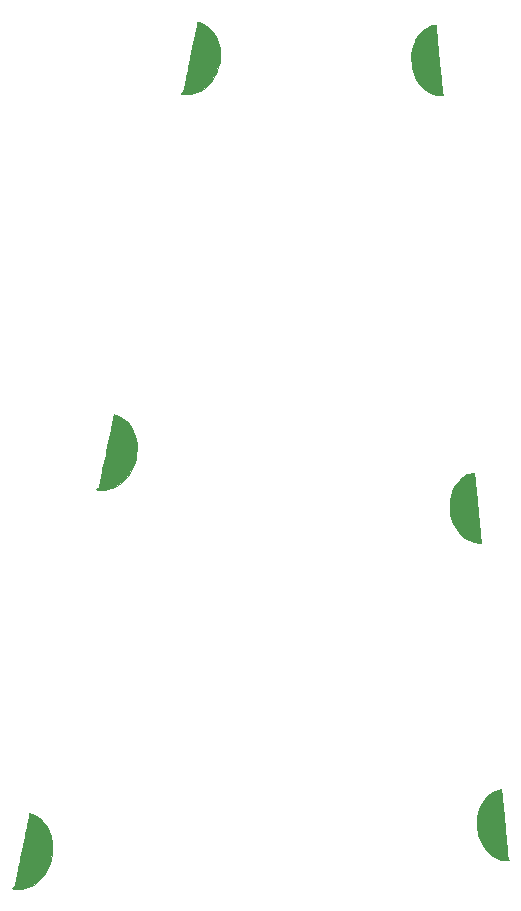
<source format=gbr>
%TF.GenerationSoftware,KiCad,Pcbnew,(5.1.10)-1*%
%TF.CreationDate,2021-12-01T23:12:09+02:00*%
%TF.ProjectId,gaisa-sargs-side-pcb-2,67616973-612d-4736-9172-67732d736964,rev?*%
%TF.SameCoordinates,Original*%
%TF.FileFunction,Soldermask,Top*%
%TF.FilePolarity,Negative*%
%FSLAX46Y46*%
G04 Gerber Fmt 4.6, Leading zero omitted, Abs format (unit mm)*
G04 Created by KiCad (PCBNEW (5.1.10)-1) date 2021-12-01 23:12:09*
%MOMM*%
%LPD*%
G01*
G04 APERTURE LIST*
%ADD10C,0.010000*%
G04 APERTURE END LIST*
D10*
%TO.C,Ref\u002A\u002A*%
G36*
X118878466Y-123746402D02*
G01*
X118934261Y-123763278D01*
X119007004Y-123787126D01*
X119015167Y-123789895D01*
X119299430Y-123908627D01*
X119563855Y-124063636D01*
X119806949Y-124253048D01*
X120027221Y-124474988D01*
X120223179Y-124727583D01*
X120393332Y-125008958D01*
X120536188Y-125317239D01*
X120650256Y-125650553D01*
X120719118Y-125930750D01*
X120744151Y-126086774D01*
X120762571Y-126272610D01*
X120774075Y-126476206D01*
X120778360Y-126685515D01*
X120775125Y-126888486D01*
X120764065Y-127073070D01*
X120750750Y-127190166D01*
X120676088Y-127580471D01*
X120568703Y-127953328D01*
X120430205Y-128306301D01*
X120262207Y-128636953D01*
X120066318Y-128942845D01*
X119844150Y-129221540D01*
X119597312Y-129470601D01*
X119327417Y-129687591D01*
X119036075Y-129870071D01*
X118949915Y-129915131D01*
X118702627Y-130021968D01*
X118445119Y-130101599D01*
X118186226Y-130152291D01*
X117934780Y-130172310D01*
X117701250Y-130160135D01*
X117642687Y-130151135D01*
X117565759Y-130137535D01*
X117526629Y-130130057D01*
X117415509Y-130108167D01*
X117499307Y-130008787D01*
X117525636Y-129976681D01*
X117547053Y-129946194D01*
X117565367Y-129911511D01*
X117582388Y-129866819D01*
X117599924Y-129806305D01*
X117619785Y-129724156D01*
X117643779Y-129614559D01*
X117673716Y-129471701D01*
X117688214Y-129401745D01*
X117706374Y-129314242D01*
X117732518Y-129188569D01*
X117765966Y-129027994D01*
X117806034Y-128835784D01*
X117852041Y-128615206D01*
X117903305Y-128369527D01*
X117959144Y-128102015D01*
X118018876Y-127815936D01*
X118081820Y-127514558D01*
X118147293Y-127201148D01*
X118214613Y-126878973D01*
X118283099Y-126551301D01*
X118313494Y-126405899D01*
X118380100Y-126086568D01*
X118444230Y-125777677D01*
X118505350Y-125481878D01*
X118562925Y-125201821D01*
X118616419Y-124940159D01*
X118665296Y-124699544D01*
X118709023Y-124482627D01*
X118747062Y-124292060D01*
X118778880Y-124130495D01*
X118803941Y-124000583D01*
X118821710Y-123904976D01*
X118831651Y-123846327D01*
X118833666Y-123828857D01*
X118837369Y-123774300D01*
X118846668Y-123742953D01*
X118851125Y-123740000D01*
X118878466Y-123746402D01*
G37*
X118878466Y-123746402D02*
X118934261Y-123763278D01*
X119007004Y-123787126D01*
X119015167Y-123789895D01*
X119299430Y-123908627D01*
X119563855Y-124063636D01*
X119806949Y-124253048D01*
X120027221Y-124474988D01*
X120223179Y-124727583D01*
X120393332Y-125008958D01*
X120536188Y-125317239D01*
X120650256Y-125650553D01*
X120719118Y-125930750D01*
X120744151Y-126086774D01*
X120762571Y-126272610D01*
X120774075Y-126476206D01*
X120778360Y-126685515D01*
X120775125Y-126888486D01*
X120764065Y-127073070D01*
X120750750Y-127190166D01*
X120676088Y-127580471D01*
X120568703Y-127953328D01*
X120430205Y-128306301D01*
X120262207Y-128636953D01*
X120066318Y-128942845D01*
X119844150Y-129221540D01*
X119597312Y-129470601D01*
X119327417Y-129687591D01*
X119036075Y-129870071D01*
X118949915Y-129915131D01*
X118702627Y-130021968D01*
X118445119Y-130101599D01*
X118186226Y-130152291D01*
X117934780Y-130172310D01*
X117701250Y-130160135D01*
X117642687Y-130151135D01*
X117565759Y-130137535D01*
X117526629Y-130130057D01*
X117415509Y-130108167D01*
X117499307Y-130008787D01*
X117525636Y-129976681D01*
X117547053Y-129946194D01*
X117565367Y-129911511D01*
X117582388Y-129866819D01*
X117599924Y-129806305D01*
X117619785Y-129724156D01*
X117643779Y-129614559D01*
X117673716Y-129471701D01*
X117688214Y-129401745D01*
X117706374Y-129314242D01*
X117732518Y-129188569D01*
X117765966Y-129027994D01*
X117806034Y-128835784D01*
X117852041Y-128615206D01*
X117903305Y-128369527D01*
X117959144Y-128102015D01*
X118018876Y-127815936D01*
X118081820Y-127514558D01*
X118147293Y-127201148D01*
X118214613Y-126878973D01*
X118283099Y-126551301D01*
X118313494Y-126405899D01*
X118380100Y-126086568D01*
X118444230Y-125777677D01*
X118505350Y-125481878D01*
X118562925Y-125201821D01*
X118616419Y-124940159D01*
X118665296Y-124699544D01*
X118709023Y-124482627D01*
X118747062Y-124292060D01*
X118778880Y-124130495D01*
X118803941Y-124000583D01*
X118821710Y-123904976D01*
X118831651Y-123846327D01*
X118833666Y-123828857D01*
X118837369Y-123774300D01*
X118846668Y-123742953D01*
X118851125Y-123740000D01*
X118878466Y-123746402D01*
G36*
X158795098Y-121733718D02*
G01*
X158796333Y-121752396D01*
X158798341Y-121778791D01*
X158804200Y-121844738D01*
X158813664Y-121947651D01*
X158826488Y-122084947D01*
X158842426Y-122254043D01*
X158861230Y-122452354D01*
X158882655Y-122677296D01*
X158906456Y-122926287D01*
X158932385Y-123196741D01*
X158960197Y-123486075D01*
X158989646Y-123791706D01*
X159020486Y-124111049D01*
X159050878Y-124425091D01*
X159083282Y-124759905D01*
X159114838Y-125086606D01*
X159145271Y-125402316D01*
X159174308Y-125704160D01*
X159201672Y-125989263D01*
X159227090Y-126254747D01*
X159250287Y-126497738D01*
X159270989Y-126715360D01*
X159288920Y-126904737D01*
X159303806Y-127062993D01*
X159315373Y-127187252D01*
X159323346Y-127274639D01*
X159327037Y-127317099D01*
X159340164Y-127450857D01*
X159355150Y-127548405D01*
X159373121Y-127615860D01*
X159388233Y-127648705D01*
X159411014Y-127695394D01*
X159416918Y-127725355D01*
X159415464Y-127728146D01*
X159386079Y-127735482D01*
X159323846Y-127737857D01*
X159237922Y-127735544D01*
X159137467Y-127728817D01*
X159031641Y-127717949D01*
X159018583Y-127716324D01*
X158735994Y-127659453D01*
X158458919Y-127562502D01*
X158190917Y-127427680D01*
X157935545Y-127257193D01*
X157696362Y-127053250D01*
X157476926Y-126818059D01*
X157386108Y-126703333D01*
X157305455Y-126585129D01*
X157218096Y-126438700D01*
X157130264Y-126276130D01*
X157048190Y-126109503D01*
X156978107Y-125950901D01*
X156926246Y-125812409D01*
X156925603Y-125810437D01*
X156860414Y-125573622D01*
X156808200Y-125309615D01*
X156770017Y-125029971D01*
X156746923Y-124746249D01*
X156739975Y-124470003D01*
X156750231Y-124212791D01*
X156765991Y-124065792D01*
X156832482Y-123725666D01*
X156934720Y-123395917D01*
X157070231Y-123081636D01*
X157236543Y-122787914D01*
X157431182Y-122519844D01*
X157615243Y-122317735D01*
X157828670Y-122129910D01*
X158054968Y-121976908D01*
X158300566Y-121855308D01*
X158571896Y-121761685D01*
X158738125Y-121720059D01*
X158780121Y-121715734D01*
X158795098Y-121733718D01*
G37*
X158795098Y-121733718D02*
X158796333Y-121752396D01*
X158798341Y-121778791D01*
X158804200Y-121844738D01*
X158813664Y-121947651D01*
X158826488Y-122084947D01*
X158842426Y-122254043D01*
X158861230Y-122452354D01*
X158882655Y-122677296D01*
X158906456Y-122926287D01*
X158932385Y-123196741D01*
X158960197Y-123486075D01*
X158989646Y-123791706D01*
X159020486Y-124111049D01*
X159050878Y-124425091D01*
X159083282Y-124759905D01*
X159114838Y-125086606D01*
X159145271Y-125402316D01*
X159174308Y-125704160D01*
X159201672Y-125989263D01*
X159227090Y-126254747D01*
X159250287Y-126497738D01*
X159270989Y-126715360D01*
X159288920Y-126904737D01*
X159303806Y-127062993D01*
X159315373Y-127187252D01*
X159323346Y-127274639D01*
X159327037Y-127317099D01*
X159340164Y-127450857D01*
X159355150Y-127548405D01*
X159373121Y-127615860D01*
X159388233Y-127648705D01*
X159411014Y-127695394D01*
X159416918Y-127725355D01*
X159415464Y-127728146D01*
X159386079Y-127735482D01*
X159323846Y-127737857D01*
X159237922Y-127735544D01*
X159137467Y-127728817D01*
X159031641Y-127717949D01*
X159018583Y-127716324D01*
X158735994Y-127659453D01*
X158458919Y-127562502D01*
X158190917Y-127427680D01*
X157935545Y-127257193D01*
X157696362Y-127053250D01*
X157476926Y-126818059D01*
X157386108Y-126703333D01*
X157305455Y-126585129D01*
X157218096Y-126438700D01*
X157130264Y-126276130D01*
X157048190Y-126109503D01*
X156978107Y-125950901D01*
X156926246Y-125812409D01*
X156925603Y-125810437D01*
X156860414Y-125573622D01*
X156808200Y-125309615D01*
X156770017Y-125029971D01*
X156746923Y-124746249D01*
X156739975Y-124470003D01*
X156750231Y-124212791D01*
X156765991Y-124065792D01*
X156832482Y-123725666D01*
X156934720Y-123395917D01*
X157070231Y-123081636D01*
X157236543Y-122787914D01*
X157431182Y-122519844D01*
X157615243Y-122317735D01*
X157828670Y-122129910D01*
X158054968Y-121976908D01*
X158300566Y-121855308D01*
X158571896Y-121761685D01*
X158738125Y-121720059D01*
X158780121Y-121715734D01*
X158795098Y-121733718D01*
G36*
X156487955Y-94914798D02*
G01*
X156506787Y-94934687D01*
X156510333Y-94983807D01*
X156510333Y-94983835D01*
X156512378Y-95013817D01*
X156518343Y-95083287D01*
X156527977Y-95189604D01*
X156541025Y-95330128D01*
X156557237Y-95502219D01*
X156576357Y-95703238D01*
X156598135Y-95930544D01*
X156622317Y-96181498D01*
X156648650Y-96453459D01*
X156676881Y-96743788D01*
X156706758Y-97049844D01*
X156738028Y-97368988D01*
X156765215Y-97645543D01*
X156797835Y-97977329D01*
X156829536Y-98300651D01*
X156860040Y-98612643D01*
X156889071Y-98910439D01*
X156916354Y-99191174D01*
X156941611Y-99451984D01*
X156964565Y-99690003D01*
X156984941Y-99902366D01*
X157002462Y-100086207D01*
X157016851Y-100238662D01*
X157027833Y-100356865D01*
X157035129Y-100437951D01*
X157038015Y-100472644D01*
X157051712Y-100609980D01*
X157069044Y-100706948D01*
X157089848Y-100762632D01*
X157090049Y-100762941D01*
X157114531Y-100803763D01*
X157124166Y-100826338D01*
X157104727Y-100832471D01*
X157053006Y-100835231D01*
X156978894Y-100834896D01*
X156892287Y-100831742D01*
X156803076Y-100826047D01*
X156721156Y-100818086D01*
X156692043Y-100814243D01*
X156396482Y-100749941D01*
X156112669Y-100645047D01*
X155840916Y-100499723D01*
X155581535Y-100314137D01*
X155345969Y-100099779D01*
X155124529Y-99853122D01*
X154937192Y-99594588D01*
X154782351Y-99320384D01*
X154658394Y-99026713D01*
X154563714Y-98709783D01*
X154496700Y-98365798D01*
X154456639Y-98003114D01*
X154446039Y-97625044D01*
X154470953Y-97258483D01*
X154530467Y-96906220D01*
X154623668Y-96571044D01*
X154749645Y-96255744D01*
X154907484Y-95963108D01*
X155096273Y-95695926D01*
X155277911Y-95493400D01*
X155429173Y-95356393D01*
X155596838Y-95228891D01*
X155767610Y-95120282D01*
X155907083Y-95049035D01*
X156001455Y-95012551D01*
X156113334Y-94977190D01*
X156229523Y-94946357D01*
X156336826Y-94923458D01*
X156422047Y-94911897D01*
X156441541Y-94911148D01*
X156487955Y-94914798D01*
G37*
X156487955Y-94914798D02*
X156506787Y-94934687D01*
X156510333Y-94983807D01*
X156510333Y-94983835D01*
X156512378Y-95013817D01*
X156518343Y-95083287D01*
X156527977Y-95189604D01*
X156541025Y-95330128D01*
X156557237Y-95502219D01*
X156576357Y-95703238D01*
X156598135Y-95930544D01*
X156622317Y-96181498D01*
X156648650Y-96453459D01*
X156676881Y-96743788D01*
X156706758Y-97049844D01*
X156738028Y-97368988D01*
X156765215Y-97645543D01*
X156797835Y-97977329D01*
X156829536Y-98300651D01*
X156860040Y-98612643D01*
X156889071Y-98910439D01*
X156916354Y-99191174D01*
X156941611Y-99451984D01*
X156964565Y-99690003D01*
X156984941Y-99902366D01*
X157002462Y-100086207D01*
X157016851Y-100238662D01*
X157027833Y-100356865D01*
X157035129Y-100437951D01*
X157038015Y-100472644D01*
X157051712Y-100609980D01*
X157069044Y-100706948D01*
X157089848Y-100762632D01*
X157090049Y-100762941D01*
X157114531Y-100803763D01*
X157124166Y-100826338D01*
X157104727Y-100832471D01*
X157053006Y-100835231D01*
X156978894Y-100834896D01*
X156892287Y-100831742D01*
X156803076Y-100826047D01*
X156721156Y-100818086D01*
X156692043Y-100814243D01*
X156396482Y-100749941D01*
X156112669Y-100645047D01*
X155840916Y-100499723D01*
X155581535Y-100314137D01*
X155345969Y-100099779D01*
X155124529Y-99853122D01*
X154937192Y-99594588D01*
X154782351Y-99320384D01*
X154658394Y-99026713D01*
X154563714Y-98709783D01*
X154496700Y-98365798D01*
X154456639Y-98003114D01*
X154446039Y-97625044D01*
X154470953Y-97258483D01*
X154530467Y-96906220D01*
X154623668Y-96571044D01*
X154749645Y-96255744D01*
X154907484Y-95963108D01*
X155096273Y-95695926D01*
X155277911Y-95493400D01*
X155429173Y-95356393D01*
X155596838Y-95228891D01*
X155767610Y-95120282D01*
X155907083Y-95049035D01*
X156001455Y-95012551D01*
X156113334Y-94977190D01*
X156229523Y-94946357D01*
X156336826Y-94923458D01*
X156422047Y-94911897D01*
X156441541Y-94911148D01*
X156487955Y-94914798D01*
G36*
X126013191Y-89963565D02*
G01*
X126071019Y-89978455D01*
X126148795Y-89999956D01*
X126187701Y-90011109D01*
X126459447Y-90111615D01*
X126714156Y-90249908D01*
X126950067Y-90424295D01*
X127165420Y-90633083D01*
X127358455Y-90874578D01*
X127527409Y-91147086D01*
X127662525Y-91429598D01*
X127783301Y-91772044D01*
X127868046Y-92131032D01*
X127917221Y-92501650D01*
X127931287Y-92878982D01*
X127910706Y-93258115D01*
X127855937Y-93634135D01*
X127767444Y-94002127D01*
X127645686Y-94357177D01*
X127491125Y-94694372D01*
X127330319Y-94969404D01*
X127115090Y-95266546D01*
X126879258Y-95530602D01*
X126624914Y-95760508D01*
X126354147Y-95955195D01*
X126069050Y-96113599D01*
X125771712Y-96234652D01*
X125464225Y-96317289D01*
X125148680Y-96360442D01*
X124827166Y-96363047D01*
X124633333Y-96344845D01*
X124553616Y-96333848D01*
X124510060Y-96325200D01*
X124496838Y-96315876D01*
X124508121Y-96302849D01*
X124527500Y-96289894D01*
X124599912Y-96234987D01*
X124663878Y-96171697D01*
X124709359Y-96111009D01*
X124725418Y-96073239D01*
X124730892Y-96046817D01*
X124744603Y-95981364D01*
X124766048Y-95879269D01*
X124794723Y-95742920D01*
X124830126Y-95574708D01*
X124871752Y-95377022D01*
X124919099Y-95152251D01*
X124971663Y-94902785D01*
X125028940Y-94631012D01*
X125090427Y-94339324D01*
X125155621Y-94030107D01*
X125224019Y-93705754D01*
X125295117Y-93368652D01*
X125351522Y-93101250D01*
X125434223Y-92708407D01*
X125512361Y-92335626D01*
X125585575Y-91984690D01*
X125653503Y-91657380D01*
X125715782Y-91355476D01*
X125772051Y-91080762D01*
X125821948Y-90835017D01*
X125865112Y-90620025D01*
X125901181Y-90437566D01*
X125929793Y-90289421D01*
X125950586Y-90177373D01*
X125963198Y-90103203D01*
X125967273Y-90069125D01*
X125970256Y-90007039D01*
X125978392Y-89966705D01*
X125985632Y-89958000D01*
X126013191Y-89963565D01*
G37*
X126013191Y-89963565D02*
X126071019Y-89978455D01*
X126148795Y-89999956D01*
X126187701Y-90011109D01*
X126459447Y-90111615D01*
X126714156Y-90249908D01*
X126950067Y-90424295D01*
X127165420Y-90633083D01*
X127358455Y-90874578D01*
X127527409Y-91147086D01*
X127662525Y-91429598D01*
X127783301Y-91772044D01*
X127868046Y-92131032D01*
X127917221Y-92501650D01*
X127931287Y-92878982D01*
X127910706Y-93258115D01*
X127855937Y-93634135D01*
X127767444Y-94002127D01*
X127645686Y-94357177D01*
X127491125Y-94694372D01*
X127330319Y-94969404D01*
X127115090Y-95266546D01*
X126879258Y-95530602D01*
X126624914Y-95760508D01*
X126354147Y-95955195D01*
X126069050Y-96113599D01*
X125771712Y-96234652D01*
X125464225Y-96317289D01*
X125148680Y-96360442D01*
X124827166Y-96363047D01*
X124633333Y-96344845D01*
X124553616Y-96333848D01*
X124510060Y-96325200D01*
X124496838Y-96315876D01*
X124508121Y-96302849D01*
X124527500Y-96289894D01*
X124599912Y-96234987D01*
X124663878Y-96171697D01*
X124709359Y-96111009D01*
X124725418Y-96073239D01*
X124730892Y-96046817D01*
X124744603Y-95981364D01*
X124766048Y-95879269D01*
X124794723Y-95742920D01*
X124830126Y-95574708D01*
X124871752Y-95377022D01*
X124919099Y-95152251D01*
X124971663Y-94902785D01*
X125028940Y-94631012D01*
X125090427Y-94339324D01*
X125155621Y-94030107D01*
X125224019Y-93705754D01*
X125295117Y-93368652D01*
X125351522Y-93101250D01*
X125434223Y-92708407D01*
X125512361Y-92335626D01*
X125585575Y-91984690D01*
X125653503Y-91657380D01*
X125715782Y-91355476D01*
X125772051Y-91080762D01*
X125821948Y-90835017D01*
X125865112Y-90620025D01*
X125901181Y-90437566D01*
X125929793Y-90289421D01*
X125950586Y-90177373D01*
X125963198Y-90103203D01*
X125967273Y-90069125D01*
X125970256Y-90007039D01*
X125978392Y-89966705D01*
X125985632Y-89958000D01*
X126013191Y-89963565D01*
G36*
X153251005Y-57078436D02*
G01*
X153253064Y-57111788D01*
X153258997Y-57184710D01*
X153268564Y-57294641D01*
X153281527Y-57439017D01*
X153297644Y-57615277D01*
X153316676Y-57820857D01*
X153338384Y-58053196D01*
X153362527Y-58309730D01*
X153388866Y-58587898D01*
X153417161Y-58885137D01*
X153447173Y-59198885D01*
X153478661Y-59526579D01*
X153511387Y-59865656D01*
X153523626Y-59992104D01*
X153563101Y-60399048D01*
X153598812Y-60765888D01*
X153630980Y-61094667D01*
X153659828Y-61387427D01*
X153685578Y-61646208D01*
X153708452Y-61873053D01*
X153728670Y-62070003D01*
X153746456Y-62239101D01*
X153762031Y-62382389D01*
X153775618Y-62501907D01*
X153787437Y-62599698D01*
X153797711Y-62677804D01*
X153806662Y-62738266D01*
X153814511Y-62783127D01*
X153821481Y-62814428D01*
X153827794Y-62834210D01*
X153833602Y-62844442D01*
X153857016Y-62879475D01*
X153857924Y-62899464D01*
X153828863Y-62907962D01*
X153767576Y-62914179D01*
X153684117Y-62917990D01*
X153588539Y-62919274D01*
X153490896Y-62917907D01*
X153401240Y-62913765D01*
X153329625Y-62906725D01*
X153324750Y-62905998D01*
X153043284Y-62841490D01*
X152773165Y-62738138D01*
X152516695Y-62598454D01*
X152276179Y-62424950D01*
X152053919Y-62220137D01*
X151852218Y-61986527D01*
X151673380Y-61726632D01*
X151519707Y-61442964D01*
X151393503Y-61138034D01*
X151297071Y-60814356D01*
X151262835Y-60657230D01*
X151204265Y-60260158D01*
X151182483Y-59869880D01*
X151197144Y-59489552D01*
X151247904Y-59122329D01*
X151334419Y-58771367D01*
X151456342Y-58439822D01*
X151519950Y-58303250D01*
X151673221Y-58031417D01*
X151848514Y-57785184D01*
X152042789Y-57567029D01*
X152253010Y-57379428D01*
X152476137Y-57224859D01*
X152709132Y-57105801D01*
X152948957Y-57024731D01*
X153129713Y-56990567D01*
X153250666Y-56975455D01*
X153251005Y-57078436D01*
G37*
X153251005Y-57078436D02*
X153253064Y-57111788D01*
X153258997Y-57184710D01*
X153268564Y-57294641D01*
X153281527Y-57439017D01*
X153297644Y-57615277D01*
X153316676Y-57820857D01*
X153338384Y-58053196D01*
X153362527Y-58309730D01*
X153388866Y-58587898D01*
X153417161Y-58885137D01*
X153447173Y-59198885D01*
X153478661Y-59526579D01*
X153511387Y-59865656D01*
X153523626Y-59992104D01*
X153563101Y-60399048D01*
X153598812Y-60765888D01*
X153630980Y-61094667D01*
X153659828Y-61387427D01*
X153685578Y-61646208D01*
X153708452Y-61873053D01*
X153728670Y-62070003D01*
X153746456Y-62239101D01*
X153762031Y-62382389D01*
X153775618Y-62501907D01*
X153787437Y-62599698D01*
X153797711Y-62677804D01*
X153806662Y-62738266D01*
X153814511Y-62783127D01*
X153821481Y-62814428D01*
X153827794Y-62834210D01*
X153833602Y-62844442D01*
X153857016Y-62879475D01*
X153857924Y-62899464D01*
X153828863Y-62907962D01*
X153767576Y-62914179D01*
X153684117Y-62917990D01*
X153588539Y-62919274D01*
X153490896Y-62917907D01*
X153401240Y-62913765D01*
X153329625Y-62906725D01*
X153324750Y-62905998D01*
X153043284Y-62841490D01*
X152773165Y-62738138D01*
X152516695Y-62598454D01*
X152276179Y-62424950D01*
X152053919Y-62220137D01*
X151852218Y-61986527D01*
X151673380Y-61726632D01*
X151519707Y-61442964D01*
X151393503Y-61138034D01*
X151297071Y-60814356D01*
X151262835Y-60657230D01*
X151204265Y-60260158D01*
X151182483Y-59869880D01*
X151197144Y-59489552D01*
X151247904Y-59122329D01*
X151334419Y-58771367D01*
X151456342Y-58439822D01*
X151519950Y-58303250D01*
X151673221Y-58031417D01*
X151848514Y-57785184D01*
X152042789Y-57567029D01*
X152253010Y-57379428D01*
X152476137Y-57224859D01*
X152709132Y-57105801D01*
X152948957Y-57024731D01*
X153129713Y-56990567D01*
X153250666Y-56975455D01*
X153251005Y-57078436D01*
G36*
X133098741Y-56726957D02*
G01*
X133146089Y-56739607D01*
X133431600Y-56845156D01*
X133700278Y-56988144D01*
X133949829Y-57166251D01*
X134177962Y-57377156D01*
X134382383Y-57618542D01*
X134560798Y-57888087D01*
X134710916Y-58183472D01*
X134801302Y-58414047D01*
X134890827Y-58727708D01*
X134950550Y-59060307D01*
X134980236Y-59402953D01*
X134979652Y-59746755D01*
X134948565Y-60082819D01*
X134886740Y-60402256D01*
X134856443Y-60513055D01*
X134735244Y-60861111D01*
X134584200Y-61193616D01*
X134406143Y-61506773D01*
X134203903Y-61796786D01*
X133980310Y-62059858D01*
X133738195Y-62292193D01*
X133480388Y-62489995D01*
X133298898Y-62602090D01*
X133068302Y-62711547D01*
X132817953Y-62795520D01*
X132558053Y-62852009D01*
X132298802Y-62879013D01*
X132050401Y-62874534D01*
X131961627Y-62864257D01*
X131880887Y-62851886D01*
X131804389Y-62839211D01*
X131776651Y-62834232D01*
X131703463Y-62820501D01*
X131788006Y-62713546D01*
X131834119Y-62650237D01*
X131868720Y-62593543D01*
X131882629Y-62561004D01*
X131888042Y-62535039D01*
X131901452Y-62470071D01*
X131922349Y-62368569D01*
X131950228Y-62233002D01*
X131984582Y-62065837D01*
X132024904Y-61869543D01*
X132070688Y-61646588D01*
X132121425Y-61399440D01*
X132176610Y-61130569D01*
X132235735Y-60842441D01*
X132298294Y-60537526D01*
X132363781Y-60218291D01*
X132431687Y-59887206D01*
X132454835Y-59774333D01*
X132547149Y-59325050D01*
X132631434Y-58916680D01*
X132707823Y-58548595D01*
X132776451Y-58220171D01*
X132837452Y-57930780D01*
X132890961Y-57679797D01*
X132937112Y-57466596D01*
X132976041Y-57290549D01*
X133007880Y-57151032D01*
X133032766Y-57047418D01*
X133050832Y-56979080D01*
X133062212Y-56945392D01*
X133062538Y-56944740D01*
X133089371Y-56887098D01*
X133096135Y-56848032D01*
X133084703Y-56809915D01*
X133078278Y-56796574D01*
X133055037Y-56750050D01*
X133040957Y-56721770D01*
X133040935Y-56721726D01*
X133054886Y-56718800D01*
X133098741Y-56726957D01*
G37*
X133098741Y-56726957D02*
X133146089Y-56739607D01*
X133431600Y-56845156D01*
X133700278Y-56988144D01*
X133949829Y-57166251D01*
X134177962Y-57377156D01*
X134382383Y-57618542D01*
X134560798Y-57888087D01*
X134710916Y-58183472D01*
X134801302Y-58414047D01*
X134890827Y-58727708D01*
X134950550Y-59060307D01*
X134980236Y-59402953D01*
X134979652Y-59746755D01*
X134948565Y-60082819D01*
X134886740Y-60402256D01*
X134856443Y-60513055D01*
X134735244Y-60861111D01*
X134584200Y-61193616D01*
X134406143Y-61506773D01*
X134203903Y-61796786D01*
X133980310Y-62059858D01*
X133738195Y-62292193D01*
X133480388Y-62489995D01*
X133298898Y-62602090D01*
X133068302Y-62711547D01*
X132817953Y-62795520D01*
X132558053Y-62852009D01*
X132298802Y-62879013D01*
X132050401Y-62874534D01*
X131961627Y-62864257D01*
X131880887Y-62851886D01*
X131804389Y-62839211D01*
X131776651Y-62834232D01*
X131703463Y-62820501D01*
X131788006Y-62713546D01*
X131834119Y-62650237D01*
X131868720Y-62593543D01*
X131882629Y-62561004D01*
X131888042Y-62535039D01*
X131901452Y-62470071D01*
X131922349Y-62368569D01*
X131950228Y-62233002D01*
X131984582Y-62065837D01*
X132024904Y-61869543D01*
X132070688Y-61646588D01*
X132121425Y-61399440D01*
X132176610Y-61130569D01*
X132235735Y-60842441D01*
X132298294Y-60537526D01*
X132363781Y-60218291D01*
X132431687Y-59887206D01*
X132454835Y-59774333D01*
X132547149Y-59325050D01*
X132631434Y-58916680D01*
X132707823Y-58548595D01*
X132776451Y-58220171D01*
X132837452Y-57930780D01*
X132890961Y-57679797D01*
X132937112Y-57466596D01*
X132976041Y-57290549D01*
X133007880Y-57151032D01*
X133032766Y-57047418D01*
X133050832Y-56979080D01*
X133062212Y-56945392D01*
X133062538Y-56944740D01*
X133089371Y-56887098D01*
X133096135Y-56848032D01*
X133084703Y-56809915D01*
X133078278Y-56796574D01*
X133055037Y-56750050D01*
X133040957Y-56721770D01*
X133040935Y-56721726D01*
X133054886Y-56718800D01*
X133098741Y-56726957D01*
%TD*%
M02*

</source>
